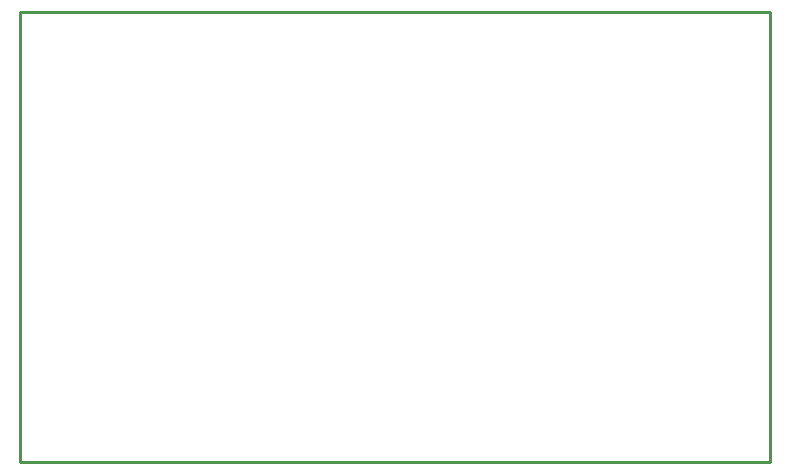
<source format=gbo>
G04 start of page 14 for group -4078 idx -4078 *
G04 Title: (unknown), bottomsilk *
G04 Creator: pcb 4.2.2 *
G04 CreationDate: Mon Jan 20 03:02:52 2025 UTC *
G04 For: electronics *
G04 Format: Gerber/RS-274X *
G04 PCB-Dimensions (mil): 2500.00 1500.00 *
G04 PCB-Coordinate-Origin: lower left *
%MOIN*%
%FSLAX25Y25*%
%LNGBO*%
%ADD81C,0.0100*%
G54D81*X0Y150000D02*Y0D01*
Y150000D02*X250000D01*
X0Y0D02*X250000D01*
Y150000D02*Y0D01*
M02*

</source>
